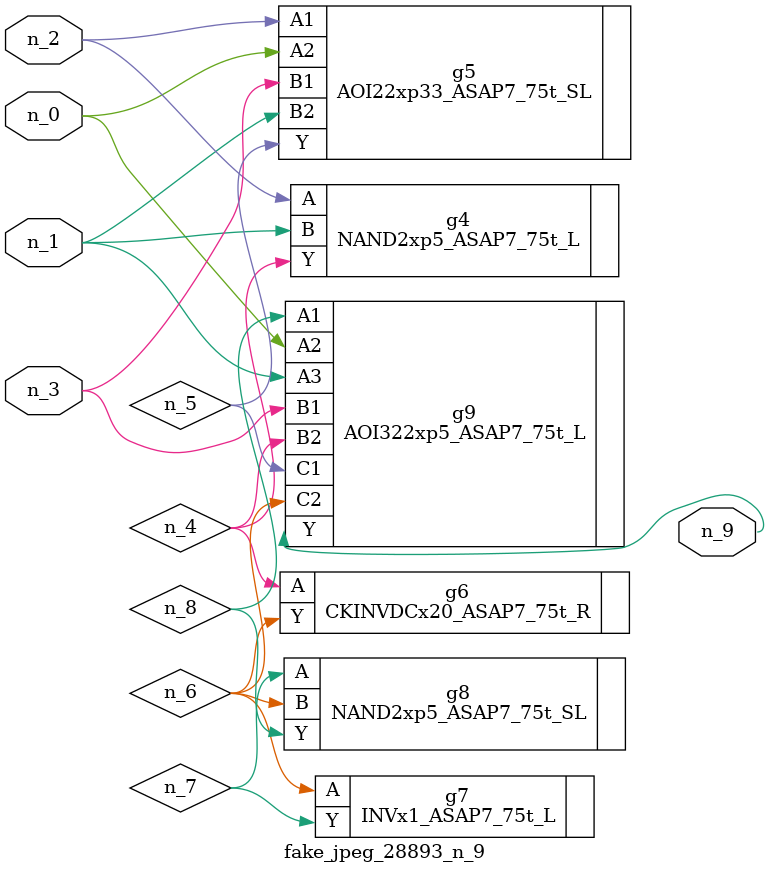
<source format=v>
module fake_jpeg_28893_n_9 (n_0, n_3, n_2, n_1, n_9);

input n_0;
input n_3;
input n_2;
input n_1;

output n_9;

wire n_4;
wire n_8;
wire n_6;
wire n_5;
wire n_7;

NAND2xp5_ASAP7_75t_L g4 ( 
.A(n_2),
.B(n_1),
.Y(n_4)
);

AOI22xp33_ASAP7_75t_SL g5 ( 
.A1(n_2),
.A2(n_0),
.B1(n_3),
.B2(n_1),
.Y(n_5)
);

CKINVDCx20_ASAP7_75t_R g6 ( 
.A(n_4),
.Y(n_6)
);

INVx1_ASAP7_75t_L g7 ( 
.A(n_6),
.Y(n_7)
);

NAND2xp5_ASAP7_75t_SL g8 ( 
.A(n_7),
.B(n_6),
.Y(n_8)
);

AOI322xp5_ASAP7_75t_L g9 ( 
.A1(n_8),
.A2(n_0),
.A3(n_1),
.B1(n_3),
.B2(n_4),
.C1(n_5),
.C2(n_6),
.Y(n_9)
);


endmodule
</source>
